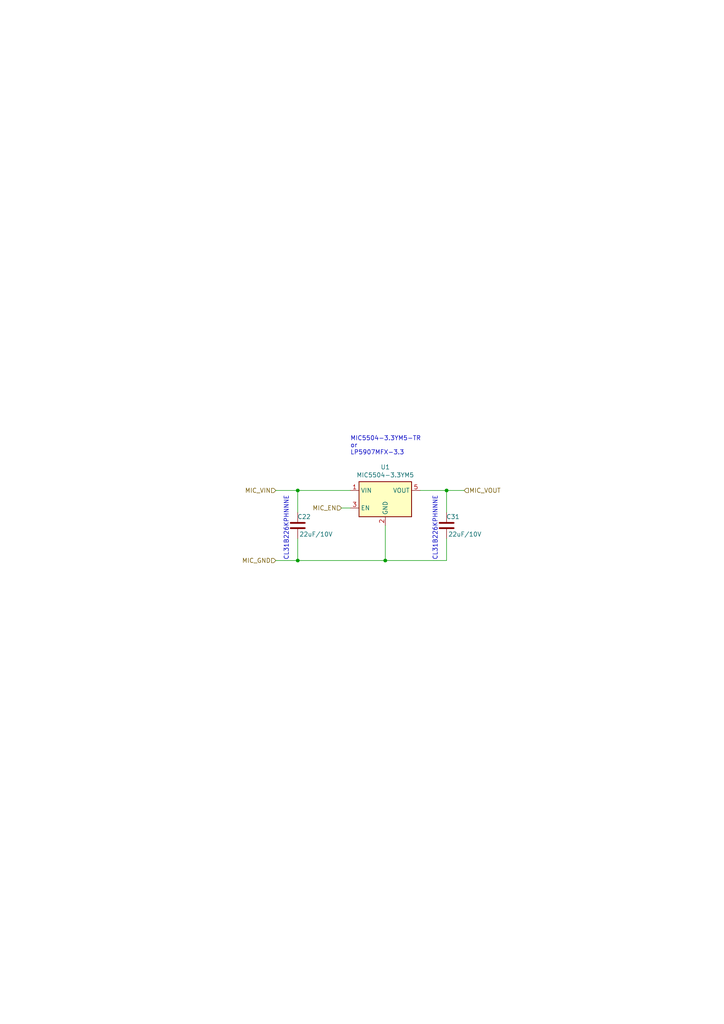
<source format=kicad_sch>
(kicad_sch (version 20211123) (generator eeschema)
  (paper "A4" portrait)
  (title_block (title "RasPi Zero NAV Hat") (date "2022-10-12") (rev "0.1") (company "chipiki.ru") (comment 1 "RasPi Zero NAV Hat") (comment 2 "Denis Tsekh"))
  (lib_symbols
    (symbol "Device:C" (pin_numbers hide) (pin_names (offset 0.254))
      (property "Reference" "C" (at 0.635 2.54 0))
      (property "Value" "C" (at 0.635 -2.54 0))
      (symbol "C_0_1"
        (polyline (pts (xy -2.032 -0.762) (xy 2.032 -0.762)) (stroke (width 0.508)))
        (polyline (pts (xy -2.032 0.762) (xy 2.032 0.762)) (stroke (width 0.508)))
      )
      (symbol "C_1_1"
        (pin passive line (at 0 3.81 270) (length 2.794) (name "~") (number "1"))
        (pin passive line (at 0 -3.81 90) (length 2.794) (name "~") (number "2"))
      )
    )
    (symbol "Regulator_Linear:MIC5504-3.3YM5"
      (property "Reference" "U" (at -7.62 8.89 0))
      (property "Value" "MIC5504-3.3YM5" (at -7.62 6.35 0))
      (symbol "MIC5504-3.3YM5_0_1"
        (rectangle (start -7.62 -5.08) (end 7.62 5.08) (stroke (width 0.254)) (fill (type background)))
      )
      (symbol "MIC5504-3.3YM5_1_1"
        (pin power_in line (at -10.16 2.54 0) (length 2.54) (name "VIN") (number "1"))
        (pin power_in line (at 0 -7.62 90) (length 2.54) (name "GND") (number "2"))
        (pin input line (at -10.16 -2.54 0) (length 2.54) (name "EN") (number "3"))
        (pin no_connect line (at 7.62 -2.54 180) (length 2.54) hide (name "NC") (number "4"))
        (pin power_out line (at 10.16 2.54 180) (length 2.54) (name "VOUT") (number "5"))
      )
    )
  )
  (junction (at 129.54 142.24))
  (junction (at 111.76 162.56))
  (junction (at 86.36 142.24))
  (junction (at 86.36 162.56))
  (wire (pts (xy 101.6 147.32) (xy 99.06 147.32)))
  (wire (pts (xy 86.36 142.24) (xy 80.01 142.24)))
  (wire (pts (xy 111.76 152.4) (xy 111.76 162.56)))
  (wire (pts (xy 129.54 142.24) (xy 134.62 142.24)))
  (wire (pts (xy 121.92 142.24) (xy 129.54 142.24)))
  (wire (pts (xy 86.36 142.24) (xy 86.36 148.59)))
  (wire (pts (xy 86.36 162.56) (xy 80.01 162.56)))
  (wire (pts (xy 86.36 162.56) (xy 86.36 156.21)))
  (wire (pts (xy 86.36 162.56) (xy 111.76 162.56)))
  (wire (pts (xy 101.6 142.24) (xy 86.36 142.24)))
  (wire (pts (xy 129.54 162.56) (xy 129.54 156.21)))
  (wire (pts (xy 111.76 162.56) (xy 129.54 162.56)))
  (wire (pts (xy 129.54 142.24) (xy 129.54 148.59)))
  (text "CL31B226KPHNNNE" (at 127 162.56 90) (effects (font (size 1.27 1.27)) (justify left bottom)))
  (text "CL31B226KPHNNNE" (at 83.82 162.56 90) (effects (font (size 1.27 1.27)) (justify left bottom)))
  (text "MIC5504-3.3YM5-TR\nor\nLP5907MFX-3.3" (at 101.6 132.08 0) (effects (font (size 1.27 1.27)) (justify left bottom)))
  (hierarchical_label "MIC_VIN" (shape input) (at 80.01 142.24 180))
  (hierarchical_label "MIC_VOUT" (shape input) (at 134.62 142.24 0))
  (hierarchical_label "MIC_EN" (shape input) (at 99.06 147.32 180))
  (hierarchical_label "MIC_GND" (shape input) (at 80.01 162.56 180))
  (symbol (lib_id "Regulator_Linear:MIC5504-3.3YM5") (at 111.76 144.78 0) (unit 1)
    (property "Reference" "U1" (at 111.76 135.4582 0))
    (property "Value" "MIC5504-3.3YM5" (at 111.76 137.7696 0))
    (property "Footprint" "Package_TO_SOT_SMD:SOT-23-5" (effects hide))
    (property "Datasheet" "http://ww1.microchip.com/downloads/en/DeviceDoc/MIC550X.pdf" (effects hide))
  )
  (symbol (lib_id "Device:C") (at 86.36 152.4 0) (mirror y) (unit 1)
    (property "Reference" "C22" (at 90.17 149.86 0) (effects (justify left)))
    (property "Value" "22uF/10V" (at 96.52 154.94 0) (effects (justify left)))
    (property "Footprint" "Capacitor_SMD:C_1206_3216Metric" (effects hide))
    (property "URL" "https://www.terraelectronica.ru/product/1641498" (effects hide))
  )
  (symbol (lib_id "Device:C") (at 129.54 152.4 0) (mirror y) (unit 1)
    (property "Reference" "C31" (at 133.35 149.86 0) (effects (justify left)))
    (property "Value" "22uF/10V" (at 139.7 154.94 0) (effects (justify left)))
    (property "Footprint" "Capacitor_SMD:C_1206_3216Metric" (effects hide))
    (property "URL" "https://www.terraelectronica.ru/product/1641498" (effects hide))
  )
)
</source>
